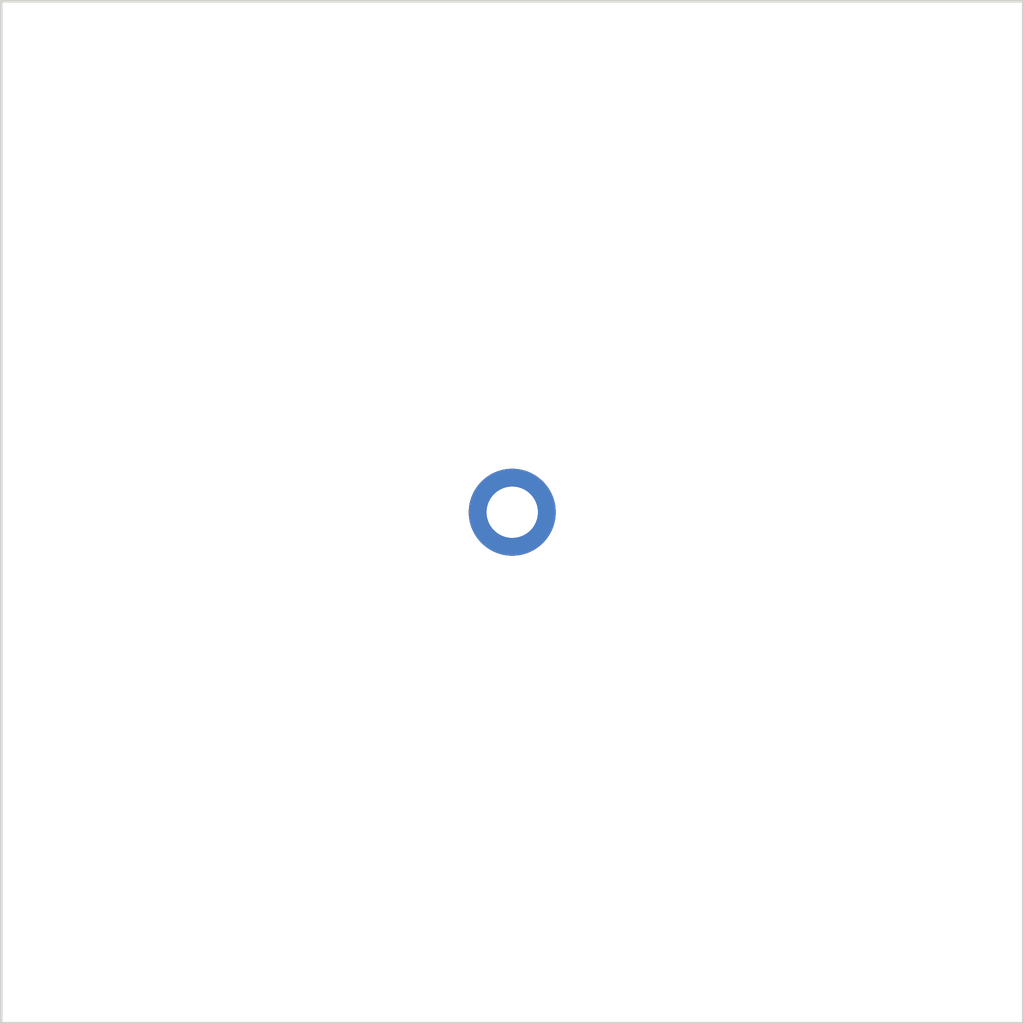
<source format=kicad_pcb>
(kicad_pcb (version 20241229) (generator "pcbnew") (generator_version "10.0")
  (layers (0 "F.Cu" signal) (31 "B.Cu" signal) (44 "Edge.Cuts" user))
  (net 0 "")
  (net 1 "GND")
  (net 2 "Signal")
  (footprint "TestFP1" (layer "F.Cu") (at 100 100)
    (pad "1" thru_hole circle (at 0 0) (size 1.7 1.7) (drill 1) (layers "*.Cu") (net 1 "GND"))
  )
  (footprint "TestFP2" (layer "F.Cu") (at 100 100)
    (pad "1" thru_hole circle (at 0 0) (size 1.7 1.7) (drill 1) (layers "*.Cu") (net 2 "Signal"))
  )
  (gr_rect (start 90 90) (end 110 110) (stroke (width 0.05)) (fill none) (layer "Edge.Cuts"))
)
</source>
